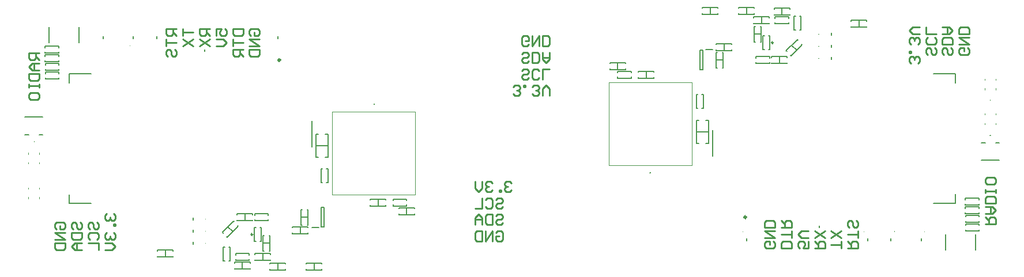
<source format=gbo>
G04*
G04 #@! TF.GenerationSoftware,Altium Limited,Altium Designer,22.3.1 (43)*
G04*
G04 Layer_Color=32896*
%FSLAX25Y25*%
%MOIN*%
G70*
G04*
G04 #@! TF.SameCoordinates,9666C8D3-C488-416E-8FBA-698088E7738B*
G04*
G04*
G04 #@! TF.FilePolarity,Positive*
G04*
G01*
G75*
%ADD10C,0.01000*%
%ADD74C,0.00787*%
%ADD75C,0.00394*%
%ADD76C,0.00591*%
%ADD77C,0.00500*%
%ADD138C,0.01181*%
%ADD139C,0.00984*%
D10*
X488495Y304467D02*
X489495Y303467D01*
X491494D01*
X492494Y304467D01*
Y305467D01*
X491494Y306466D01*
X490494D01*
X491494D01*
X492494Y307466D01*
Y308466D01*
X491494Y309465D01*
X489495D01*
X488495Y308466D01*
X494493Y309465D02*
Y308466D01*
X495493D01*
Y309465D01*
X494493D01*
X499492Y304467D02*
X500491Y303467D01*
X502491D01*
X503490Y304467D01*
Y305467D01*
X502491Y306466D01*
X501491D01*
X502491D01*
X503490Y307466D01*
Y308466D01*
X502491Y309465D01*
X500491D01*
X499492Y308466D01*
X505490Y303467D02*
Y307466D01*
X507489Y309465D01*
X509488Y307466D01*
Y303467D01*
X497492Y314065D02*
X496492Y313065D01*
X494493D01*
X493493Y314065D01*
Y315064D01*
X494493Y316064D01*
X496492D01*
X497492Y317064D01*
Y318063D01*
X496492Y319063D01*
X494493D01*
X493493Y318063D01*
X503490Y314065D02*
X502491Y313065D01*
X500491D01*
X499492Y314065D01*
Y318063D01*
X500491Y319063D01*
X502491D01*
X503490Y318063D01*
X505490Y313065D02*
Y319063D01*
X509488D01*
X497492Y323662D02*
X496492Y322663D01*
X494493D01*
X493493Y323662D01*
Y324662D01*
X494493Y325662D01*
X496492D01*
X497492Y326661D01*
Y327661D01*
X496492Y328661D01*
X494493D01*
X493493Y327661D01*
X499492Y322663D02*
Y328661D01*
X502491D01*
X503490Y327661D01*
Y323662D01*
X502491Y322663D01*
X499492D01*
X505490Y328661D02*
Y324662D01*
X507489Y322663D01*
X509488Y324662D01*
Y328661D01*
Y325662D01*
X505490D01*
X497492Y333260D02*
X496492Y332260D01*
X494493D01*
X493493Y333260D01*
Y337259D01*
X494493Y338258D01*
X496492D01*
X497492Y337259D01*
Y335259D01*
X495493D01*
X499492Y338258D02*
Y332260D01*
X503490Y338258D01*
Y332260D01*
X505490D02*
Y338258D01*
X508489D01*
X509488Y337259D01*
Y333260D01*
X508489Y332260D01*
X505490D01*
X751280Y331262D02*
X752279Y330262D01*
Y328263D01*
X751280Y327263D01*
X747281D01*
X746281Y328263D01*
Y330262D01*
X747281Y331262D01*
X749280D01*
Y329263D01*
X746281Y333261D02*
X752279D01*
X746281Y337260D01*
X752279D01*
Y339260D02*
X746281D01*
Y342259D01*
X747281Y343258D01*
X751280D01*
X752279Y342259D01*
Y339260D01*
X741682Y331262D02*
X742682Y330262D01*
Y328263D01*
X741682Y327263D01*
X740682D01*
X739683Y328263D01*
Y330262D01*
X738683Y331262D01*
X737683D01*
X736684Y330262D01*
Y328263D01*
X737683Y327263D01*
X742682Y333261D02*
X736684D01*
Y336261D01*
X737683Y337260D01*
X741682D01*
X742682Y336261D01*
Y333261D01*
X736684Y339260D02*
X740682D01*
X742682Y341259D01*
X740682Y343258D01*
X736684D01*
X739683D01*
Y339260D01*
X732084Y331262D02*
X733084Y330262D01*
Y328263D01*
X732084Y327263D01*
X731085D01*
X730085Y328263D01*
Y330262D01*
X729085Y331262D01*
X728086D01*
X727086Y330262D01*
Y328263D01*
X728086Y327263D01*
X732084Y337260D02*
X733084Y336261D01*
Y334261D01*
X732084Y333261D01*
X728086D01*
X727086Y334261D01*
Y336261D01*
X728086Y337260D01*
X733084Y339260D02*
X727086D01*
Y343258D01*
X722487Y322265D02*
X723486Y323265D01*
Y325264D01*
X722487Y326264D01*
X721487D01*
X720487Y325264D01*
Y324265D01*
Y325264D01*
X719488Y326264D01*
X718488D01*
X717488Y325264D01*
Y323265D01*
X718488Y322265D01*
X717488Y328263D02*
X718488D01*
Y329263D01*
X717488D01*
Y328263D01*
X722487Y333261D02*
X723486Y334261D01*
Y336261D01*
X722487Y337260D01*
X721487D01*
X720487Y336261D01*
Y335261D01*
Y336261D01*
X719488Y337260D01*
X718488D01*
X717488Y336261D01*
Y334261D01*
X718488Y333261D01*
X723486Y339260D02*
X719488D01*
X717488Y341259D01*
X719488Y343258D01*
X723486D01*
X681977Y215258D02*
X687975D01*
Y218257D01*
X686975Y219257D01*
X684976D01*
X683976Y218257D01*
Y215258D01*
Y217258D02*
X681977Y219257D01*
X687975Y221256D02*
Y225255D01*
Y223256D01*
X681977D01*
X686975Y231253D02*
X687975Y230254D01*
Y228254D01*
X686975Y227255D01*
X685975D01*
X684976Y228254D01*
Y230254D01*
X683976Y231253D01*
X682976D01*
X681977Y230254D01*
Y228254D01*
X682976Y227255D01*
X678377Y215258D02*
Y219257D01*
Y217258D01*
X672379D01*
X678377Y221256D02*
X672379Y225255D01*
X678377D02*
X672379Y221256D01*
X662781Y215258D02*
X668779D01*
Y218257D01*
X667780Y219257D01*
X665780D01*
X664781Y218257D01*
Y215258D01*
Y217258D02*
X662781Y219257D01*
X668779Y221256D02*
X662781Y225255D01*
X668779D02*
X662781Y221256D01*
X659182Y219257D02*
Y215258D01*
X656183D01*
X657182Y217258D01*
Y218257D01*
X656183Y219257D01*
X654183D01*
X653184Y218257D01*
Y216258D01*
X654183Y215258D01*
X659182Y221256D02*
X655183D01*
X653184Y223256D01*
X655183Y225255D01*
X659182D01*
X649584Y215258D02*
X643586D01*
Y218257D01*
X644586Y219257D01*
X648584D01*
X649584Y218257D01*
Y215258D01*
Y221256D02*
Y225255D01*
Y223256D01*
X643586D01*
Y227255D02*
X649584D01*
Y230254D01*
X648584Y231253D01*
X646585D01*
X645585Y230254D01*
Y227255D01*
Y229254D02*
X643586Y231253D01*
X638987Y219257D02*
X639986Y218257D01*
Y216258D01*
X638987Y215258D01*
X634988D01*
X633988Y216258D01*
Y218257D01*
X634988Y219257D01*
X636987D01*
Y217258D01*
X633988Y221256D02*
X639986D01*
X633988Y225255D01*
X639986D01*
Y227255D02*
X633988D01*
Y230254D01*
X634988Y231253D01*
X638987D01*
X639986Y230254D01*
Y227255D01*
X761488Y229258D02*
X767486D01*
Y232257D01*
X766487Y233257D01*
X764487D01*
X763488Y232257D01*
Y229258D01*
Y231258D02*
X761488Y233257D01*
Y235256D02*
X765487D01*
X767486Y237256D01*
X765487Y239255D01*
X761488D01*
X764487D01*
Y235256D01*
X767486Y241254D02*
X761488D01*
Y244253D01*
X762488Y245253D01*
X766487D01*
X767486Y244253D01*
Y241254D01*
Y247252D02*
Y249252D01*
Y248252D01*
X761488D01*
Y247252D01*
Y249252D01*
X767486Y255250D02*
Y253251D01*
X766487Y252251D01*
X762488D01*
X761488Y253251D01*
Y255250D01*
X762488Y256250D01*
X766487D01*
X767486Y255250D01*
X487505Y253033D02*
X486505Y254033D01*
X484506D01*
X483506Y253033D01*
Y252033D01*
X484506Y251034D01*
X485506D01*
X484506D01*
X483506Y250034D01*
Y249034D01*
X484506Y248035D01*
X486505D01*
X487505Y249034D01*
X481507Y248035D02*
Y249034D01*
X480507D01*
Y248035D01*
X481507D01*
X476509Y253033D02*
X475509Y254033D01*
X473510D01*
X472510Y253033D01*
Y252033D01*
X473510Y251034D01*
X474509D01*
X473510D01*
X472510Y250034D01*
Y249034D01*
X473510Y248035D01*
X475509D01*
X476509Y249034D01*
X470510Y254033D02*
Y250034D01*
X468511Y248035D01*
X466512Y250034D01*
Y254033D01*
X478508Y243435D02*
X479507Y244435D01*
X481507D01*
X482507Y243435D01*
Y242436D01*
X481507Y241436D01*
X479507D01*
X478508Y240436D01*
Y239437D01*
X479507Y238437D01*
X481507D01*
X482507Y239437D01*
X472510Y243435D02*
X473510Y244435D01*
X475509D01*
X476509Y243435D01*
Y239437D01*
X475509Y238437D01*
X473510D01*
X472510Y239437D01*
X470510Y244435D02*
Y238437D01*
X466512D01*
X478508Y233838D02*
X479507Y234837D01*
X481507D01*
X482507Y233838D01*
Y232838D01*
X481507Y231838D01*
X479507D01*
X478508Y230839D01*
Y229839D01*
X479507Y228839D01*
X481507D01*
X482507Y229839D01*
X476509Y234837D02*
Y228839D01*
X473510D01*
X472510Y229839D01*
Y233838D01*
X473510Y234837D01*
X476509D01*
X470510Y228839D02*
Y232838D01*
X468511Y234837D01*
X466512Y232838D01*
Y228839D01*
Y231838D01*
X470510D01*
X478508Y224240D02*
X479507Y225240D01*
X481507D01*
X482507Y224240D01*
Y220241D01*
X481507Y219242D01*
X479507D01*
X478508Y220241D01*
Y222241D01*
X480507D01*
X476509Y219242D02*
Y225240D01*
X472510Y219242D01*
Y225240D01*
X470510D02*
Y219242D01*
X467511D01*
X466512Y220241D01*
Y224240D01*
X467511Y225240D01*
X470510D01*
X224720Y226238D02*
X223721Y227238D01*
Y229237D01*
X224720Y230237D01*
X228719D01*
X229719Y229237D01*
Y227238D01*
X228719Y226238D01*
X226720D01*
Y228237D01*
X229719Y224238D02*
X223721D01*
X229719Y220240D01*
X223721D01*
Y218240D02*
X229719D01*
Y215241D01*
X228719Y214242D01*
X224720D01*
X223721Y215241D01*
Y218240D01*
X234318Y226238D02*
X233318Y227238D01*
Y229237D01*
X234318Y230237D01*
X235318D01*
X236317Y229237D01*
Y227238D01*
X237317Y226238D01*
X238317D01*
X239316Y227238D01*
Y229237D01*
X238317Y230237D01*
X233318Y224238D02*
X239316D01*
Y221239D01*
X238317Y220240D01*
X234318D01*
X233318Y221239D01*
Y224238D01*
X239316Y218240D02*
X235318D01*
X233318Y216241D01*
X235318Y214242D01*
X239316D01*
X236317D01*
Y218240D01*
X243916Y226238D02*
X242916Y227238D01*
Y229237D01*
X243916Y230237D01*
X244915D01*
X245915Y229237D01*
Y227238D01*
X246915Y226238D01*
X247914D01*
X248914Y227238D01*
Y229237D01*
X247914Y230237D01*
X243916Y220240D02*
X242916Y221239D01*
Y223239D01*
X243916Y224238D01*
X247914D01*
X248914Y223239D01*
Y221239D01*
X247914Y220240D01*
X242916Y218240D02*
X248914D01*
Y214242D01*
X253513Y235235D02*
X252514Y234235D01*
Y232236D01*
X253513Y231236D01*
X254513D01*
X255513Y232236D01*
Y233236D01*
Y232236D01*
X256512Y231236D01*
X257512D01*
X258512Y232236D01*
Y234235D01*
X257512Y235235D01*
X258512Y229237D02*
X257512D01*
Y228237D01*
X258512D01*
Y229237D01*
X253513Y224238D02*
X252514Y223239D01*
Y221239D01*
X253513Y220240D01*
X254513D01*
X255513Y221239D01*
Y222239D01*
Y221239D01*
X256512Y220240D01*
X257512D01*
X258512Y221239D01*
Y223239D01*
X257512Y224238D01*
X252514Y218240D02*
X256512D01*
X258512Y216241D01*
X256512Y214242D01*
X252514D01*
X294023Y342242D02*
X288025D01*
Y339243D01*
X289025Y338243D01*
X291024D01*
X292024Y339243D01*
Y342242D01*
Y340242D02*
X294023Y338243D01*
X288025Y336244D02*
Y332245D01*
Y334244D01*
X294023D01*
X289025Y326247D02*
X288025Y327246D01*
Y329246D01*
X289025Y330245D01*
X290025D01*
X291024Y329246D01*
Y327246D01*
X292024Y326247D01*
X293024D01*
X294023Y327246D01*
Y329246D01*
X293024Y330245D01*
X297623Y342242D02*
Y338243D01*
Y340242D01*
X303621D01*
X297623Y336244D02*
X303621Y332245D01*
X297623D02*
X303621Y336244D01*
X313219Y342242D02*
X307221D01*
Y339243D01*
X308220Y338243D01*
X310220D01*
X311219Y339243D01*
Y342242D01*
Y340242D02*
X313219Y338243D01*
X307221Y336244D02*
X313219Y332245D01*
X307221D02*
X313219Y336244D01*
X316818Y338243D02*
Y342242D01*
X319817D01*
X318818Y340242D01*
Y339243D01*
X319817Y338243D01*
X321817D01*
X322816Y339243D01*
Y341242D01*
X321817Y342242D01*
X316818Y336244D02*
X320817D01*
X322816Y334244D01*
X320817Y332245D01*
X316818D01*
X326416Y342242D02*
X332414D01*
Y339243D01*
X331414Y338243D01*
X327416D01*
X326416Y339243D01*
Y342242D01*
Y336244D02*
Y332245D01*
Y334244D01*
X332414D01*
Y330245D02*
X326416D01*
Y327246D01*
X327416Y326247D01*
X329415D01*
X330415Y327246D01*
Y330245D01*
Y328246D02*
X332414Y326247D01*
X337013Y338243D02*
X336014Y339243D01*
Y341242D01*
X337013Y342242D01*
X341012D01*
X342012Y341242D01*
Y339243D01*
X341012Y338243D01*
X339013D01*
Y340242D01*
X342012Y336244D02*
X336014D01*
X342012Y332245D01*
X336014D01*
Y330245D02*
X342012D01*
Y327246D01*
X341012Y326247D01*
X337013D01*
X336014Y327246D01*
Y330245D01*
X214512Y328242D02*
X208514D01*
Y325243D01*
X209513Y324243D01*
X211513D01*
X212512Y325243D01*
Y328242D01*
Y326242D02*
X214512Y324243D01*
Y322244D02*
X210513D01*
X208514Y320244D01*
X210513Y318245D01*
X214512D01*
X211513D01*
Y322244D01*
X208514Y316246D02*
X214512D01*
Y313246D01*
X213512Y312247D01*
X209513D01*
X208514Y313246D01*
Y316246D01*
Y310247D02*
Y308248D01*
Y309248D01*
X214512D01*
Y310247D01*
Y308248D01*
X208514Y302250D02*
Y304249D01*
X209513Y305249D01*
X213512D01*
X214512Y304249D01*
Y302250D01*
X213512Y301250D01*
X209513D01*
X208514Y302250D01*
D74*
X764315Y280518D02*
G03*
X764315Y280518I122J0D01*
G01*
X567977Y258904D02*
G03*
X567583Y258904I-197J0D01*
G01*
D02*
G03*
X567977Y258904I197J0D01*
G01*
D02*
G03*
X567583Y258904I-197J0D01*
G01*
X724488Y220849D02*
Y219668D01*
X623488Y220849D02*
Y219668D01*
X665654Y228349D02*
Y227168D01*
X706988Y220849D02*
Y219668D01*
X693488Y220849D02*
Y219668D01*
X755881Y223276D02*
Y214220D01*
X738488Y223286D02*
Y214231D01*
X769606Y266136D02*
X759370D01*
X761492Y276373D02*
X759370D01*
X769606D02*
X767484D01*
X672488Y339849D02*
Y338668D01*
Y325849D02*
Y324668D01*
Y332849D02*
Y331668D01*
X603886Y330164D02*
X599752D01*
X598374Y329967D02*
Y318550D01*
X596602D01*
Y329967D02*
Y318550D01*
X598374Y329967D02*
X596602D01*
X211685Y276982D02*
G03*
X211685Y276982I-122J0D01*
G01*
X408024Y298596D02*
G03*
X408417Y298596I197J0D01*
G01*
D02*
G03*
X408024Y298596I-197J0D01*
G01*
D02*
G03*
X408417Y298596I197J0D01*
G01*
X251512Y336651D02*
Y337832D01*
X352512Y336651D02*
Y337832D01*
X310346Y329151D02*
Y330332D01*
X269012Y336651D02*
Y337832D01*
X282512Y336651D02*
Y337832D01*
X220119Y334224D02*
Y343280D01*
X237512Y334214D02*
Y343269D01*
X206394Y291364D02*
X216630D01*
X214508Y281128D02*
X216630D01*
X206394D02*
X208516D01*
X303512Y217651D02*
Y218832D01*
Y231651D02*
Y232832D01*
Y224651D02*
Y225832D01*
X372114Y227336D02*
X376248D01*
X377626Y227533D02*
Y238950D01*
X379398D01*
Y227533D02*
Y238950D01*
X377626Y227533D02*
X379398D01*
D75*
X621488Y224853D02*
G03*
X621488Y225247I0J197D01*
G01*
D02*
G03*
X621488Y224853I0J-197D01*
G01*
X656488D02*
G03*
X656488Y225247I0J197D01*
G01*
D02*
G03*
X656488Y224853I0J-197D01*
G01*
X764488Y301180D02*
G03*
X764488Y300786I0J-197D01*
G01*
D02*
G03*
X764488Y301180I0J197D01*
G01*
Y321282D02*
G03*
X764488Y320888I0J-197D01*
G01*
D02*
G03*
X764488Y321282I0J197D01*
G01*
X726488Y224853D02*
G03*
X726488Y225247I0J197D01*
G01*
D02*
G03*
X726488Y224853I0J-197D01*
G01*
X708988D02*
G03*
X708988Y225247I0J197D01*
G01*
D02*
G03*
X708988Y224853I0J-197D01*
G01*
X691488D02*
G03*
X691488Y225247I0J197D01*
G01*
D02*
G03*
X691488Y224853I0J-197D01*
G01*
X665394Y339258D02*
G03*
X665000Y339258I-197J0D01*
G01*
D02*
G03*
X665394Y339258I197J0D01*
G01*
Y325258D02*
G03*
X665000Y325258I-197J0D01*
G01*
D02*
G03*
X665394Y325258I197J0D01*
G01*
Y332258D02*
G03*
X665000Y332258I-197J0D01*
G01*
D02*
G03*
X665394Y332258I197J0D01*
G01*
X767638Y293306D02*
Y292518D01*
Y287794D02*
Y287006D01*
X761339Y287794D02*
Y287006D01*
Y293306D02*
Y292518D01*
X767638Y313408D02*
Y312620D01*
Y307896D02*
Y307109D01*
X761339Y307896D02*
Y307109D01*
Y313408D02*
Y312620D01*
X591972Y263254D02*
X543980D01*
Y311246D02*
Y263254D01*
X591972Y311246D02*
X543980D01*
X591972D02*
Y263254D01*
X354512Y332647D02*
G03*
X354512Y332254I0J-197D01*
G01*
D02*
G03*
X354512Y332647I0J197D01*
G01*
X319512D02*
G03*
X319512Y332254I0J-197D01*
G01*
D02*
G03*
X319512Y332647I0J197D01*
G01*
X211512Y256320D02*
G03*
X211512Y256714I0J197D01*
G01*
D02*
G03*
X211512Y256320I0J-197D01*
G01*
Y236218D02*
G03*
X211512Y236612I0J197D01*
G01*
D02*
G03*
X211512Y236218I0J-197D01*
G01*
X249512Y332647D02*
G03*
X249512Y332254I0J-197D01*
G01*
D02*
G03*
X249512Y332647I0J197D01*
G01*
X267012D02*
G03*
X267012Y332254I0J-197D01*
G01*
D02*
G03*
X267012Y332647I0J197D01*
G01*
X284512D02*
G03*
X284512Y332254I0J-197D01*
G01*
D02*
G03*
X284512Y332647I0J197D01*
G01*
X310606Y218242D02*
G03*
X311000Y218242I197J0D01*
G01*
D02*
G03*
X310606Y218242I-197J0D01*
G01*
Y232242D02*
G03*
X311000Y232242I197J0D01*
G01*
D02*
G03*
X310606Y232242I-197J0D01*
G01*
Y225242D02*
G03*
X311000Y225242I197J0D01*
G01*
D02*
G03*
X310606Y225242I-197J0D01*
G01*
X208362Y264194D02*
Y264982D01*
Y269706D02*
Y270494D01*
X214661Y269706D02*
Y270494D01*
Y264194D02*
Y264982D01*
X208362Y244092D02*
Y244880D01*
Y249604D02*
Y250391D01*
X214661Y249604D02*
Y250391D01*
Y244092D02*
Y244880D01*
X384028Y294246D02*
X432020D01*
Y246253D02*
Y294246D01*
X384028Y246253D02*
X432020D01*
X384028D02*
Y294246D01*
D76*
X629051Y323077D02*
Y322290D01*
X636925D02*
X629051D01*
X636925Y323077D02*
Y322290D01*
Y326227D02*
Y325439D01*
Y326227D02*
X629051D01*
Y325439D01*
X646988Y322758D02*
Y322258D01*
X637988D01*
Y322758D02*
Y322258D01*
Y326258D02*
Y325758D01*
X646988Y326258D02*
X637988D01*
X646988D02*
Y325758D01*
X642488Y326258D02*
Y322258D01*
X655584Y333026D02*
X655231Y333380D01*
X655584Y333026D02*
X649221Y326662D01*
X648867Y327016D01*
X646746Y329137D02*
X646392Y329491D01*
X652756Y335855D02*
X646392Y329491D01*
X653110Y335501D02*
X652756Y335855D01*
X652402Y329844D02*
X649574Y332673D01*
X614988Y330258D02*
Y329758D01*
X605988D01*
Y330258D02*
Y329758D01*
Y333758D02*
Y333258D01*
X614988Y333758D02*
X605988D01*
X614988D02*
Y333258D01*
X610488Y333758D02*
Y329758D01*
X639488Y354258D02*
Y353758D01*
X648488Y354258D02*
X639488D01*
X648488D02*
Y353758D01*
Y350758D02*
Y350258D01*
X639488D01*
Y350758D02*
Y350258D01*
X643988Y354258D02*
Y350258D01*
X602488Y354758D02*
Y350758D01*
X597988Y351258D02*
Y350758D01*
X606988D02*
X597988D01*
X606988Y351258D02*
Y350758D01*
Y354758D02*
Y354258D01*
Y354758D02*
X597988D01*
Y354258D01*
X623488Y354758D02*
Y350758D01*
X627988Y354758D02*
Y354258D01*
Y354758D02*
X618988D01*
Y354258D01*
Y351258D02*
Y350758D01*
X627988D02*
X618988D01*
X627988Y351258D02*
Y350758D01*
X627725Y349258D02*
Y348758D01*
X636725Y349258D02*
X627725D01*
X636725D02*
Y348758D01*
Y345758D02*
Y345258D01*
X627725D01*
Y345758D02*
Y345258D01*
X632225Y349258D02*
Y345258D01*
X757925Y241077D02*
Y240290D01*
X750051D01*
Y241077D02*
Y240290D01*
Y244227D02*
Y243439D01*
X757925Y244227D02*
X750051D01*
X757925D02*
Y243439D01*
X757976Y226122D02*
Y225335D01*
X750102D01*
Y226122D02*
Y225335D01*
Y229272D02*
Y228485D01*
X757976Y229272D02*
X750102D01*
X757976D02*
Y228485D01*
Y231122D02*
Y230335D01*
X750102D01*
Y231122D02*
Y230335D01*
Y234272D02*
Y233485D01*
X757976Y234272D02*
X750102D01*
X757976D02*
Y233485D01*
X757925Y236077D02*
Y235290D01*
X750051D01*
Y236077D02*
Y235290D01*
Y239227D02*
Y238439D01*
X757925Y239227D02*
X750051D01*
X757925D02*
Y238439D01*
X565488Y317758D02*
Y313758D01*
X569988Y317758D02*
Y317258D01*
Y317758D02*
X560988D01*
Y317258D01*
Y314258D02*
Y313758D01*
X569988D02*
X560988D01*
X569988Y314258D02*
Y313758D01*
X556925Y317727D02*
Y316939D01*
Y317727D02*
X549051D01*
Y316939D01*
Y314577D02*
Y313790D01*
X556925D02*
X549051D01*
X556925Y314577D02*
Y313790D01*
X598457Y296321D02*
X597669D01*
X598457Y304195D02*
Y296321D01*
Y304195D02*
X597669D01*
X595307D02*
X594520D01*
Y296321D01*
X595307D02*
X594520D01*
X601532Y276065D02*
X599957D01*
X601532Y289451D02*
Y276065D01*
Y289451D02*
X599957D01*
X596020D02*
X594445D01*
Y276065D01*
X596020D02*
X594445D01*
X601532Y282758D02*
X594445D01*
X548988Y322758D02*
Y318758D01*
X553488Y322758D02*
Y322258D01*
Y322758D02*
X544488D01*
Y322258D01*
Y319258D02*
Y318758D01*
X553488D02*
X544488D01*
X553488Y319258D02*
Y318758D01*
X609988Y324258D02*
X605988D01*
X606488Y328758D02*
X605988D01*
Y319758D01*
X606488D02*
X605988D01*
X609988D02*
X609488D01*
X609988Y328758D02*
Y319758D01*
Y328758D02*
X609488D01*
X647925Y349227D02*
Y348439D01*
Y349227D02*
X640051D01*
Y348439D01*
Y346077D02*
Y345290D01*
X647925D02*
X640051D01*
X647925Y346077D02*
Y345290D01*
X633807Y338195D02*
X633020D01*
Y330321D01*
X633807D02*
X633020D01*
X636957D02*
X636169D01*
X636957Y338195D02*
Y330321D01*
Y338195D02*
X636169D01*
X654957Y341589D02*
X654169D01*
X654957Y349463D02*
Y341589D01*
Y349463D02*
X654169D01*
X651807D02*
X651020D01*
Y341589D01*
X651807D02*
X651020D01*
X631988Y339258D02*
X627988D01*
X631988Y334758D02*
X631488D01*
X631988Y343758D02*
Y334758D01*
Y343758D02*
X631488D01*
X628488D02*
X627988D01*
Y334758D01*
X628488D02*
X627988D01*
X688488Y347258D02*
Y343258D01*
X683988Y343758D02*
Y343258D01*
X692988D02*
X683988D01*
X692988Y343758D02*
Y343258D01*
Y347258D02*
Y346758D01*
Y347258D02*
X683988D01*
Y346758D01*
X346949Y234423D02*
Y235210D01*
X339075D02*
X346949D01*
X339075Y234423D02*
Y235210D01*
Y231273D02*
Y232061D01*
Y231273D02*
X346949D01*
Y232061D01*
X329012Y234742D02*
Y235242D01*
X338012D01*
Y234742D02*
Y235242D01*
Y231242D02*
Y231742D01*
X329012Y231242D02*
X338012D01*
X329012D02*
Y231742D01*
X333512Y231242D02*
Y235242D01*
X320415Y224474D02*
X320769Y224120D01*
X320415Y224474D02*
X326780Y230838D01*
X327133Y230484D01*
X329254Y228363D02*
X329608Y228009D01*
X323244Y221645D02*
X329608Y228009D01*
X322890Y221999D02*
X323244Y221645D01*
X323598Y227656D02*
X326426Y224827D01*
X361012Y227242D02*
Y227742D01*
X370012D01*
Y227242D02*
Y227742D01*
Y223742D02*
Y224242D01*
X361012Y223742D02*
X370012D01*
X361012D02*
Y224242D01*
X365512Y223742D02*
Y227742D01*
X336512Y203242D02*
Y203742D01*
X327512Y203242D02*
X336512D01*
X327512D02*
Y203742D01*
Y206742D02*
Y207242D01*
X336512D01*
Y206742D02*
Y207242D01*
X332012Y203242D02*
Y207242D01*
X373512Y202742D02*
Y206742D01*
X378012Y206242D02*
Y206742D01*
X369012D02*
X378012D01*
X369012Y206242D02*
Y206742D01*
Y202742D02*
Y203242D01*
Y202742D02*
X378012D01*
Y203242D01*
X352512Y202742D02*
Y206742D01*
X348012Y202742D02*
Y203242D01*
Y202742D02*
X357012D01*
Y203242D01*
Y206242D02*
Y206742D01*
X348012D02*
X357012D01*
X348012Y206242D02*
Y206742D01*
X348275Y208242D02*
Y208742D01*
X339276Y208242D02*
X348275D01*
X339276D02*
Y208742D01*
Y211742D02*
Y212242D01*
X348275D01*
Y211742D02*
Y212242D01*
X343776Y208242D02*
Y212242D01*
X218075Y316423D02*
Y317210D01*
X225949D01*
Y316423D02*
Y317210D01*
Y313273D02*
Y314061D01*
X218075Y313273D02*
X225949D01*
X218075D02*
Y314061D01*
X218024Y331378D02*
Y332165D01*
X225898D01*
Y331378D02*
Y332165D01*
Y328228D02*
Y329015D01*
X218024Y328228D02*
X225898D01*
X218024D02*
Y329015D01*
Y326378D02*
Y327165D01*
X225898D01*
Y326378D02*
Y327165D01*
Y323228D02*
Y324015D01*
X218024Y323228D02*
X225898D01*
X218024D02*
Y324015D01*
X218075Y321423D02*
Y322210D01*
X225949D01*
Y321423D02*
Y322210D01*
Y318273D02*
Y319061D01*
X218075Y318273D02*
X225949D01*
X218075D02*
Y319061D01*
X410512Y239742D02*
Y243742D01*
X406012Y239742D02*
Y240242D01*
Y239742D02*
X415012D01*
Y240242D01*
Y243242D02*
Y243742D01*
X406012D02*
X415012D01*
X406012Y243242D02*
Y243742D01*
X419075Y239773D02*
Y240561D01*
Y239773D02*
X426949D01*
Y240561D01*
Y242923D02*
Y243710D01*
X419075D02*
X426949D01*
X419075Y242923D02*
Y243710D01*
X377543Y261179D02*
X378331D01*
X377543Y253305D02*
Y261179D01*
Y253305D02*
X378331D01*
X380693D02*
X381480D01*
Y261179D01*
X380693D02*
X381480D01*
X374468Y281435D02*
X376043D01*
X374468Y268049D02*
Y281435D01*
Y268049D02*
X376043D01*
X379980D02*
X381555D01*
Y281435D01*
X379980D02*
X381555D01*
X374468Y274742D02*
X381555D01*
X427012Y234742D02*
Y238742D01*
X422512Y234742D02*
Y235242D01*
Y234742D02*
X431512D01*
Y235242D01*
Y238242D02*
Y238742D01*
X422512D02*
X431512D01*
X422512Y238242D02*
Y238742D01*
X366012Y233242D02*
X370012D01*
X369512Y228742D02*
X370012D01*
Y237742D01*
X369512D02*
X370012D01*
X366012D02*
X366512D01*
X366012Y228742D02*
Y237742D01*
Y228742D02*
X366512D01*
X328075Y208273D02*
Y209061D01*
Y208273D02*
X335949D01*
Y209061D01*
Y211423D02*
Y212210D01*
X328075D02*
X335949D01*
X328075Y211423D02*
Y212210D01*
X342193Y219305D02*
X342980D01*
Y227179D01*
X342193D02*
X342980D01*
X339043D02*
X339831D01*
X339043Y219305D02*
Y227179D01*
Y219305D02*
X339831D01*
X321043Y215911D02*
X321831D01*
X321043Y208037D02*
Y215911D01*
Y208037D02*
X321831D01*
X324193D02*
X324980D01*
Y215911D01*
X324193D02*
X324980D01*
X344012Y218242D02*
X348012D01*
X344012Y222742D02*
X344512D01*
X344012Y213742D02*
Y222742D01*
Y213742D02*
X344512D01*
X347512D02*
X348012D01*
Y222742D01*
X347512D02*
X348012D01*
X287512Y210242D02*
Y214242D01*
X292012Y213742D02*
Y214242D01*
X283012D02*
X292012D01*
X283012Y213742D02*
Y214242D01*
Y210242D02*
Y210742D01*
Y210242D02*
X292012D01*
Y210742D01*
D77*
X744067Y316160D02*
X731469D01*
X744067D02*
Y311042D01*
Y246475D02*
Y241357D01*
X731469D01*
X603909Y283483D02*
Y268522D01*
X231933Y241340D02*
X244531D01*
X231933D02*
Y246458D01*
Y311025D02*
Y316143D01*
X244531D01*
X372091Y274017D02*
Y288978D01*
D138*
X622138Y233246D02*
G03*
X622138Y233246I591J0D01*
G01*
X353862Y324254D02*
G03*
X353862Y324254I-591J0D01*
G01*
D139*
X637984Y334246D02*
G03*
X637984Y334246I492J0D01*
G01*
X338016Y223253D02*
G03*
X338016Y223253I-492J0D01*
G01*
M02*

</source>
